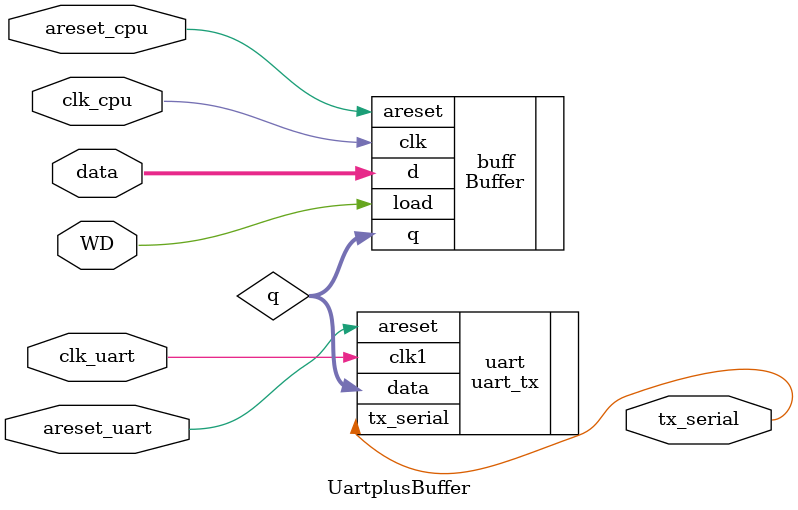
<source format=v>
module UartplusBuffer(
  input clk_cpu,clk_uart,areset_cpu,areset_uart,WD,
  input [7:0] data,
  output tx_serial
);

wire [7:0] q;

uart_tx uart (.areset(areset_uart),.clk1(clk_uart),.data(q),.tx_serial(tx_serial));
Buffer buff (.areset(areset_cpu),.clk(clk_cpu),.load(WD),.d(data),.q(q));

endmodule

</source>
